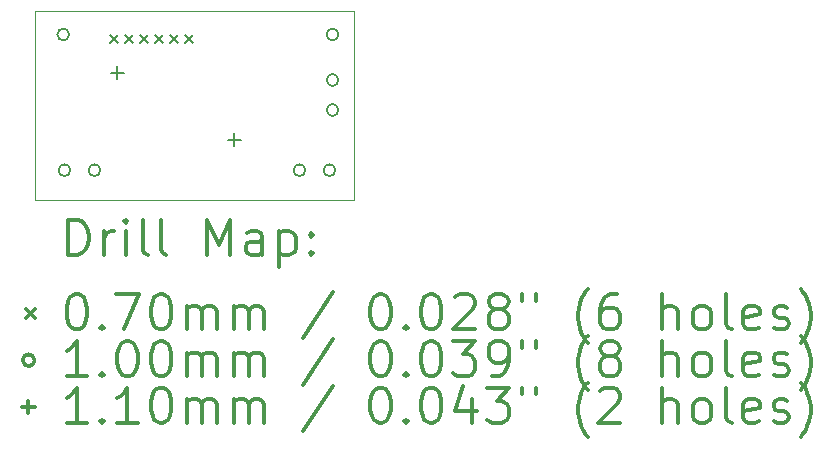
<source format=gbr>
%FSLAX45Y45*%
G04 Gerber Fmt 4.5, Leading zero omitted, Abs format (unit mm)*
G04 Created by KiCad (PCBNEW (5.1.7)-1) date 2022-11-01 20:21:28*
%MOMM*%
%LPD*%
G01*
G04 APERTURE LIST*
%TA.AperFunction,Profile*%
%ADD10C,0.050000*%
%TD*%
%ADD11C,0.200000*%
%ADD12C,0.300000*%
G04 APERTURE END LIST*
D10*
X13000000Y-8300000D02*
X13000000Y-6700000D01*
X15700000Y-8300000D02*
X13000000Y-8300000D01*
X15700000Y-6700000D02*
X15700000Y-8300000D01*
X13000000Y-6700000D02*
X15700000Y-6700000D01*
D11*
X13635000Y-6905000D02*
X13705000Y-6975000D01*
X13705000Y-6905000D02*
X13635000Y-6975000D01*
X13762000Y-6905000D02*
X13832000Y-6975000D01*
X13832000Y-6905000D02*
X13762000Y-6975000D01*
X13889000Y-6905000D02*
X13959000Y-6975000D01*
X13959000Y-6905000D02*
X13889000Y-6975000D01*
X14016000Y-6905000D02*
X14086000Y-6975000D01*
X14086000Y-6905000D02*
X14016000Y-6975000D01*
X14143000Y-6905000D02*
X14213000Y-6975000D01*
X14213000Y-6905000D02*
X14143000Y-6975000D01*
X14270000Y-6905000D02*
X14340000Y-6975000D01*
X14340000Y-6905000D02*
X14270000Y-6975000D01*
X13290000Y-6900000D02*
G75*
G03*
X13290000Y-6900000I-50000J0D01*
G01*
X13300000Y-8050000D02*
G75*
G03*
X13300000Y-8050000I-50000J0D01*
G01*
X13554000Y-8050000D02*
G75*
G03*
X13554000Y-8050000I-50000J0D01*
G01*
X15290000Y-8050000D02*
G75*
G03*
X15290000Y-8050000I-50000J0D01*
G01*
X15544000Y-8050000D02*
G75*
G03*
X15544000Y-8050000I-50000J0D01*
G01*
X15570000Y-7286000D02*
G75*
G03*
X15570000Y-7286000I-50000J0D01*
G01*
X15570000Y-7540000D02*
G75*
G03*
X15570000Y-7540000I-50000J0D01*
G01*
X15570000Y-6900000D02*
G75*
G03*
X15570000Y-6900000I-50000J0D01*
G01*
X13698150Y-7169010D02*
X13698150Y-7279010D01*
X13643150Y-7224010D02*
X13753150Y-7224010D01*
X14686820Y-7736290D02*
X14686820Y-7846290D01*
X14631820Y-7791290D02*
X14741820Y-7791290D01*
D12*
X13283928Y-8768214D02*
X13283928Y-8468214D01*
X13355357Y-8468214D01*
X13398214Y-8482500D01*
X13426786Y-8511072D01*
X13441071Y-8539643D01*
X13455357Y-8596786D01*
X13455357Y-8639643D01*
X13441071Y-8696786D01*
X13426786Y-8725357D01*
X13398214Y-8753929D01*
X13355357Y-8768214D01*
X13283928Y-8768214D01*
X13583928Y-8768214D02*
X13583928Y-8568214D01*
X13583928Y-8625357D02*
X13598214Y-8596786D01*
X13612500Y-8582500D01*
X13641071Y-8568214D01*
X13669643Y-8568214D01*
X13769643Y-8768214D02*
X13769643Y-8568214D01*
X13769643Y-8468214D02*
X13755357Y-8482500D01*
X13769643Y-8496786D01*
X13783928Y-8482500D01*
X13769643Y-8468214D01*
X13769643Y-8496786D01*
X13955357Y-8768214D02*
X13926786Y-8753929D01*
X13912500Y-8725357D01*
X13912500Y-8468214D01*
X14112500Y-8768214D02*
X14083928Y-8753929D01*
X14069643Y-8725357D01*
X14069643Y-8468214D01*
X14455357Y-8768214D02*
X14455357Y-8468214D01*
X14555357Y-8682500D01*
X14655357Y-8468214D01*
X14655357Y-8768214D01*
X14926786Y-8768214D02*
X14926786Y-8611072D01*
X14912500Y-8582500D01*
X14883928Y-8568214D01*
X14826786Y-8568214D01*
X14798214Y-8582500D01*
X14926786Y-8753929D02*
X14898214Y-8768214D01*
X14826786Y-8768214D01*
X14798214Y-8753929D01*
X14783928Y-8725357D01*
X14783928Y-8696786D01*
X14798214Y-8668214D01*
X14826786Y-8653929D01*
X14898214Y-8653929D01*
X14926786Y-8639643D01*
X15069643Y-8568214D02*
X15069643Y-8868214D01*
X15069643Y-8582500D02*
X15098214Y-8568214D01*
X15155357Y-8568214D01*
X15183928Y-8582500D01*
X15198214Y-8596786D01*
X15212500Y-8625357D01*
X15212500Y-8711072D01*
X15198214Y-8739643D01*
X15183928Y-8753929D01*
X15155357Y-8768214D01*
X15098214Y-8768214D01*
X15069643Y-8753929D01*
X15341071Y-8739643D02*
X15355357Y-8753929D01*
X15341071Y-8768214D01*
X15326786Y-8753929D01*
X15341071Y-8739643D01*
X15341071Y-8768214D01*
X15341071Y-8582500D02*
X15355357Y-8596786D01*
X15341071Y-8611072D01*
X15326786Y-8596786D01*
X15341071Y-8582500D01*
X15341071Y-8611072D01*
X12927500Y-9227500D02*
X12997500Y-9297500D01*
X12997500Y-9227500D02*
X12927500Y-9297500D01*
X13341071Y-9098214D02*
X13369643Y-9098214D01*
X13398214Y-9112500D01*
X13412500Y-9126786D01*
X13426786Y-9155357D01*
X13441071Y-9212500D01*
X13441071Y-9283929D01*
X13426786Y-9341072D01*
X13412500Y-9369643D01*
X13398214Y-9383929D01*
X13369643Y-9398214D01*
X13341071Y-9398214D01*
X13312500Y-9383929D01*
X13298214Y-9369643D01*
X13283928Y-9341072D01*
X13269643Y-9283929D01*
X13269643Y-9212500D01*
X13283928Y-9155357D01*
X13298214Y-9126786D01*
X13312500Y-9112500D01*
X13341071Y-9098214D01*
X13569643Y-9369643D02*
X13583928Y-9383929D01*
X13569643Y-9398214D01*
X13555357Y-9383929D01*
X13569643Y-9369643D01*
X13569643Y-9398214D01*
X13683928Y-9098214D02*
X13883928Y-9098214D01*
X13755357Y-9398214D01*
X14055357Y-9098214D02*
X14083928Y-9098214D01*
X14112500Y-9112500D01*
X14126786Y-9126786D01*
X14141071Y-9155357D01*
X14155357Y-9212500D01*
X14155357Y-9283929D01*
X14141071Y-9341072D01*
X14126786Y-9369643D01*
X14112500Y-9383929D01*
X14083928Y-9398214D01*
X14055357Y-9398214D01*
X14026786Y-9383929D01*
X14012500Y-9369643D01*
X13998214Y-9341072D01*
X13983928Y-9283929D01*
X13983928Y-9212500D01*
X13998214Y-9155357D01*
X14012500Y-9126786D01*
X14026786Y-9112500D01*
X14055357Y-9098214D01*
X14283928Y-9398214D02*
X14283928Y-9198214D01*
X14283928Y-9226786D02*
X14298214Y-9212500D01*
X14326786Y-9198214D01*
X14369643Y-9198214D01*
X14398214Y-9212500D01*
X14412500Y-9241072D01*
X14412500Y-9398214D01*
X14412500Y-9241072D02*
X14426786Y-9212500D01*
X14455357Y-9198214D01*
X14498214Y-9198214D01*
X14526786Y-9212500D01*
X14541071Y-9241072D01*
X14541071Y-9398214D01*
X14683928Y-9398214D02*
X14683928Y-9198214D01*
X14683928Y-9226786D02*
X14698214Y-9212500D01*
X14726786Y-9198214D01*
X14769643Y-9198214D01*
X14798214Y-9212500D01*
X14812500Y-9241072D01*
X14812500Y-9398214D01*
X14812500Y-9241072D02*
X14826786Y-9212500D01*
X14855357Y-9198214D01*
X14898214Y-9198214D01*
X14926786Y-9212500D01*
X14941071Y-9241072D01*
X14941071Y-9398214D01*
X15526786Y-9083929D02*
X15269643Y-9469643D01*
X15912500Y-9098214D02*
X15941071Y-9098214D01*
X15969643Y-9112500D01*
X15983928Y-9126786D01*
X15998214Y-9155357D01*
X16012500Y-9212500D01*
X16012500Y-9283929D01*
X15998214Y-9341072D01*
X15983928Y-9369643D01*
X15969643Y-9383929D01*
X15941071Y-9398214D01*
X15912500Y-9398214D01*
X15883928Y-9383929D01*
X15869643Y-9369643D01*
X15855357Y-9341072D01*
X15841071Y-9283929D01*
X15841071Y-9212500D01*
X15855357Y-9155357D01*
X15869643Y-9126786D01*
X15883928Y-9112500D01*
X15912500Y-9098214D01*
X16141071Y-9369643D02*
X16155357Y-9383929D01*
X16141071Y-9398214D01*
X16126786Y-9383929D01*
X16141071Y-9369643D01*
X16141071Y-9398214D01*
X16341071Y-9098214D02*
X16369643Y-9098214D01*
X16398214Y-9112500D01*
X16412500Y-9126786D01*
X16426786Y-9155357D01*
X16441071Y-9212500D01*
X16441071Y-9283929D01*
X16426786Y-9341072D01*
X16412500Y-9369643D01*
X16398214Y-9383929D01*
X16369643Y-9398214D01*
X16341071Y-9398214D01*
X16312500Y-9383929D01*
X16298214Y-9369643D01*
X16283928Y-9341072D01*
X16269643Y-9283929D01*
X16269643Y-9212500D01*
X16283928Y-9155357D01*
X16298214Y-9126786D01*
X16312500Y-9112500D01*
X16341071Y-9098214D01*
X16555357Y-9126786D02*
X16569643Y-9112500D01*
X16598214Y-9098214D01*
X16669643Y-9098214D01*
X16698214Y-9112500D01*
X16712500Y-9126786D01*
X16726786Y-9155357D01*
X16726786Y-9183929D01*
X16712500Y-9226786D01*
X16541071Y-9398214D01*
X16726786Y-9398214D01*
X16898214Y-9226786D02*
X16869643Y-9212500D01*
X16855357Y-9198214D01*
X16841071Y-9169643D01*
X16841071Y-9155357D01*
X16855357Y-9126786D01*
X16869643Y-9112500D01*
X16898214Y-9098214D01*
X16955357Y-9098214D01*
X16983928Y-9112500D01*
X16998214Y-9126786D01*
X17012500Y-9155357D01*
X17012500Y-9169643D01*
X16998214Y-9198214D01*
X16983928Y-9212500D01*
X16955357Y-9226786D01*
X16898214Y-9226786D01*
X16869643Y-9241072D01*
X16855357Y-9255357D01*
X16841071Y-9283929D01*
X16841071Y-9341072D01*
X16855357Y-9369643D01*
X16869643Y-9383929D01*
X16898214Y-9398214D01*
X16955357Y-9398214D01*
X16983928Y-9383929D01*
X16998214Y-9369643D01*
X17012500Y-9341072D01*
X17012500Y-9283929D01*
X16998214Y-9255357D01*
X16983928Y-9241072D01*
X16955357Y-9226786D01*
X17126786Y-9098214D02*
X17126786Y-9155357D01*
X17241071Y-9098214D02*
X17241071Y-9155357D01*
X17683928Y-9512500D02*
X17669643Y-9498214D01*
X17641071Y-9455357D01*
X17626786Y-9426786D01*
X17612500Y-9383929D01*
X17598214Y-9312500D01*
X17598214Y-9255357D01*
X17612500Y-9183929D01*
X17626786Y-9141072D01*
X17641071Y-9112500D01*
X17669643Y-9069643D01*
X17683928Y-9055357D01*
X17926786Y-9098214D02*
X17869643Y-9098214D01*
X17841071Y-9112500D01*
X17826786Y-9126786D01*
X17798214Y-9169643D01*
X17783928Y-9226786D01*
X17783928Y-9341072D01*
X17798214Y-9369643D01*
X17812500Y-9383929D01*
X17841071Y-9398214D01*
X17898214Y-9398214D01*
X17926786Y-9383929D01*
X17941071Y-9369643D01*
X17955357Y-9341072D01*
X17955357Y-9269643D01*
X17941071Y-9241072D01*
X17926786Y-9226786D01*
X17898214Y-9212500D01*
X17841071Y-9212500D01*
X17812500Y-9226786D01*
X17798214Y-9241072D01*
X17783928Y-9269643D01*
X18312500Y-9398214D02*
X18312500Y-9098214D01*
X18441071Y-9398214D02*
X18441071Y-9241072D01*
X18426786Y-9212500D01*
X18398214Y-9198214D01*
X18355357Y-9198214D01*
X18326786Y-9212500D01*
X18312500Y-9226786D01*
X18626786Y-9398214D02*
X18598214Y-9383929D01*
X18583928Y-9369643D01*
X18569643Y-9341072D01*
X18569643Y-9255357D01*
X18583928Y-9226786D01*
X18598214Y-9212500D01*
X18626786Y-9198214D01*
X18669643Y-9198214D01*
X18698214Y-9212500D01*
X18712500Y-9226786D01*
X18726786Y-9255357D01*
X18726786Y-9341072D01*
X18712500Y-9369643D01*
X18698214Y-9383929D01*
X18669643Y-9398214D01*
X18626786Y-9398214D01*
X18898214Y-9398214D02*
X18869643Y-9383929D01*
X18855357Y-9355357D01*
X18855357Y-9098214D01*
X19126786Y-9383929D02*
X19098214Y-9398214D01*
X19041071Y-9398214D01*
X19012500Y-9383929D01*
X18998214Y-9355357D01*
X18998214Y-9241072D01*
X19012500Y-9212500D01*
X19041071Y-9198214D01*
X19098214Y-9198214D01*
X19126786Y-9212500D01*
X19141071Y-9241072D01*
X19141071Y-9269643D01*
X18998214Y-9298214D01*
X19255357Y-9383929D02*
X19283928Y-9398214D01*
X19341071Y-9398214D01*
X19369643Y-9383929D01*
X19383928Y-9355357D01*
X19383928Y-9341072D01*
X19369643Y-9312500D01*
X19341071Y-9298214D01*
X19298214Y-9298214D01*
X19269643Y-9283929D01*
X19255357Y-9255357D01*
X19255357Y-9241072D01*
X19269643Y-9212500D01*
X19298214Y-9198214D01*
X19341071Y-9198214D01*
X19369643Y-9212500D01*
X19483928Y-9512500D02*
X19498214Y-9498214D01*
X19526786Y-9455357D01*
X19541071Y-9426786D01*
X19555357Y-9383929D01*
X19569643Y-9312500D01*
X19569643Y-9255357D01*
X19555357Y-9183929D01*
X19541071Y-9141072D01*
X19526786Y-9112500D01*
X19498214Y-9069643D01*
X19483928Y-9055357D01*
X12997500Y-9658500D02*
G75*
G03*
X12997500Y-9658500I-50000J0D01*
G01*
X13441071Y-9794214D02*
X13269643Y-9794214D01*
X13355357Y-9794214D02*
X13355357Y-9494214D01*
X13326786Y-9537072D01*
X13298214Y-9565643D01*
X13269643Y-9579929D01*
X13569643Y-9765643D02*
X13583928Y-9779929D01*
X13569643Y-9794214D01*
X13555357Y-9779929D01*
X13569643Y-9765643D01*
X13569643Y-9794214D01*
X13769643Y-9494214D02*
X13798214Y-9494214D01*
X13826786Y-9508500D01*
X13841071Y-9522786D01*
X13855357Y-9551357D01*
X13869643Y-9608500D01*
X13869643Y-9679929D01*
X13855357Y-9737072D01*
X13841071Y-9765643D01*
X13826786Y-9779929D01*
X13798214Y-9794214D01*
X13769643Y-9794214D01*
X13741071Y-9779929D01*
X13726786Y-9765643D01*
X13712500Y-9737072D01*
X13698214Y-9679929D01*
X13698214Y-9608500D01*
X13712500Y-9551357D01*
X13726786Y-9522786D01*
X13741071Y-9508500D01*
X13769643Y-9494214D01*
X14055357Y-9494214D02*
X14083928Y-9494214D01*
X14112500Y-9508500D01*
X14126786Y-9522786D01*
X14141071Y-9551357D01*
X14155357Y-9608500D01*
X14155357Y-9679929D01*
X14141071Y-9737072D01*
X14126786Y-9765643D01*
X14112500Y-9779929D01*
X14083928Y-9794214D01*
X14055357Y-9794214D01*
X14026786Y-9779929D01*
X14012500Y-9765643D01*
X13998214Y-9737072D01*
X13983928Y-9679929D01*
X13983928Y-9608500D01*
X13998214Y-9551357D01*
X14012500Y-9522786D01*
X14026786Y-9508500D01*
X14055357Y-9494214D01*
X14283928Y-9794214D02*
X14283928Y-9594214D01*
X14283928Y-9622786D02*
X14298214Y-9608500D01*
X14326786Y-9594214D01*
X14369643Y-9594214D01*
X14398214Y-9608500D01*
X14412500Y-9637072D01*
X14412500Y-9794214D01*
X14412500Y-9637072D02*
X14426786Y-9608500D01*
X14455357Y-9594214D01*
X14498214Y-9594214D01*
X14526786Y-9608500D01*
X14541071Y-9637072D01*
X14541071Y-9794214D01*
X14683928Y-9794214D02*
X14683928Y-9594214D01*
X14683928Y-9622786D02*
X14698214Y-9608500D01*
X14726786Y-9594214D01*
X14769643Y-9594214D01*
X14798214Y-9608500D01*
X14812500Y-9637072D01*
X14812500Y-9794214D01*
X14812500Y-9637072D02*
X14826786Y-9608500D01*
X14855357Y-9594214D01*
X14898214Y-9594214D01*
X14926786Y-9608500D01*
X14941071Y-9637072D01*
X14941071Y-9794214D01*
X15526786Y-9479929D02*
X15269643Y-9865643D01*
X15912500Y-9494214D02*
X15941071Y-9494214D01*
X15969643Y-9508500D01*
X15983928Y-9522786D01*
X15998214Y-9551357D01*
X16012500Y-9608500D01*
X16012500Y-9679929D01*
X15998214Y-9737072D01*
X15983928Y-9765643D01*
X15969643Y-9779929D01*
X15941071Y-9794214D01*
X15912500Y-9794214D01*
X15883928Y-9779929D01*
X15869643Y-9765643D01*
X15855357Y-9737072D01*
X15841071Y-9679929D01*
X15841071Y-9608500D01*
X15855357Y-9551357D01*
X15869643Y-9522786D01*
X15883928Y-9508500D01*
X15912500Y-9494214D01*
X16141071Y-9765643D02*
X16155357Y-9779929D01*
X16141071Y-9794214D01*
X16126786Y-9779929D01*
X16141071Y-9765643D01*
X16141071Y-9794214D01*
X16341071Y-9494214D02*
X16369643Y-9494214D01*
X16398214Y-9508500D01*
X16412500Y-9522786D01*
X16426786Y-9551357D01*
X16441071Y-9608500D01*
X16441071Y-9679929D01*
X16426786Y-9737072D01*
X16412500Y-9765643D01*
X16398214Y-9779929D01*
X16369643Y-9794214D01*
X16341071Y-9794214D01*
X16312500Y-9779929D01*
X16298214Y-9765643D01*
X16283928Y-9737072D01*
X16269643Y-9679929D01*
X16269643Y-9608500D01*
X16283928Y-9551357D01*
X16298214Y-9522786D01*
X16312500Y-9508500D01*
X16341071Y-9494214D01*
X16541071Y-9494214D02*
X16726786Y-9494214D01*
X16626786Y-9608500D01*
X16669643Y-9608500D01*
X16698214Y-9622786D01*
X16712500Y-9637072D01*
X16726786Y-9665643D01*
X16726786Y-9737072D01*
X16712500Y-9765643D01*
X16698214Y-9779929D01*
X16669643Y-9794214D01*
X16583928Y-9794214D01*
X16555357Y-9779929D01*
X16541071Y-9765643D01*
X16869643Y-9794214D02*
X16926786Y-9794214D01*
X16955357Y-9779929D01*
X16969643Y-9765643D01*
X16998214Y-9722786D01*
X17012500Y-9665643D01*
X17012500Y-9551357D01*
X16998214Y-9522786D01*
X16983928Y-9508500D01*
X16955357Y-9494214D01*
X16898214Y-9494214D01*
X16869643Y-9508500D01*
X16855357Y-9522786D01*
X16841071Y-9551357D01*
X16841071Y-9622786D01*
X16855357Y-9651357D01*
X16869643Y-9665643D01*
X16898214Y-9679929D01*
X16955357Y-9679929D01*
X16983928Y-9665643D01*
X16998214Y-9651357D01*
X17012500Y-9622786D01*
X17126786Y-9494214D02*
X17126786Y-9551357D01*
X17241071Y-9494214D02*
X17241071Y-9551357D01*
X17683928Y-9908500D02*
X17669643Y-9894214D01*
X17641071Y-9851357D01*
X17626786Y-9822786D01*
X17612500Y-9779929D01*
X17598214Y-9708500D01*
X17598214Y-9651357D01*
X17612500Y-9579929D01*
X17626786Y-9537072D01*
X17641071Y-9508500D01*
X17669643Y-9465643D01*
X17683928Y-9451357D01*
X17841071Y-9622786D02*
X17812500Y-9608500D01*
X17798214Y-9594214D01*
X17783928Y-9565643D01*
X17783928Y-9551357D01*
X17798214Y-9522786D01*
X17812500Y-9508500D01*
X17841071Y-9494214D01*
X17898214Y-9494214D01*
X17926786Y-9508500D01*
X17941071Y-9522786D01*
X17955357Y-9551357D01*
X17955357Y-9565643D01*
X17941071Y-9594214D01*
X17926786Y-9608500D01*
X17898214Y-9622786D01*
X17841071Y-9622786D01*
X17812500Y-9637072D01*
X17798214Y-9651357D01*
X17783928Y-9679929D01*
X17783928Y-9737072D01*
X17798214Y-9765643D01*
X17812500Y-9779929D01*
X17841071Y-9794214D01*
X17898214Y-9794214D01*
X17926786Y-9779929D01*
X17941071Y-9765643D01*
X17955357Y-9737072D01*
X17955357Y-9679929D01*
X17941071Y-9651357D01*
X17926786Y-9637072D01*
X17898214Y-9622786D01*
X18312500Y-9794214D02*
X18312500Y-9494214D01*
X18441071Y-9794214D02*
X18441071Y-9637072D01*
X18426786Y-9608500D01*
X18398214Y-9594214D01*
X18355357Y-9594214D01*
X18326786Y-9608500D01*
X18312500Y-9622786D01*
X18626786Y-9794214D02*
X18598214Y-9779929D01*
X18583928Y-9765643D01*
X18569643Y-9737072D01*
X18569643Y-9651357D01*
X18583928Y-9622786D01*
X18598214Y-9608500D01*
X18626786Y-9594214D01*
X18669643Y-9594214D01*
X18698214Y-9608500D01*
X18712500Y-9622786D01*
X18726786Y-9651357D01*
X18726786Y-9737072D01*
X18712500Y-9765643D01*
X18698214Y-9779929D01*
X18669643Y-9794214D01*
X18626786Y-9794214D01*
X18898214Y-9794214D02*
X18869643Y-9779929D01*
X18855357Y-9751357D01*
X18855357Y-9494214D01*
X19126786Y-9779929D02*
X19098214Y-9794214D01*
X19041071Y-9794214D01*
X19012500Y-9779929D01*
X18998214Y-9751357D01*
X18998214Y-9637072D01*
X19012500Y-9608500D01*
X19041071Y-9594214D01*
X19098214Y-9594214D01*
X19126786Y-9608500D01*
X19141071Y-9637072D01*
X19141071Y-9665643D01*
X18998214Y-9694214D01*
X19255357Y-9779929D02*
X19283928Y-9794214D01*
X19341071Y-9794214D01*
X19369643Y-9779929D01*
X19383928Y-9751357D01*
X19383928Y-9737072D01*
X19369643Y-9708500D01*
X19341071Y-9694214D01*
X19298214Y-9694214D01*
X19269643Y-9679929D01*
X19255357Y-9651357D01*
X19255357Y-9637072D01*
X19269643Y-9608500D01*
X19298214Y-9594214D01*
X19341071Y-9594214D01*
X19369643Y-9608500D01*
X19483928Y-9908500D02*
X19498214Y-9894214D01*
X19526786Y-9851357D01*
X19541071Y-9822786D01*
X19555357Y-9779929D01*
X19569643Y-9708500D01*
X19569643Y-9651357D01*
X19555357Y-9579929D01*
X19541071Y-9537072D01*
X19526786Y-9508500D01*
X19498214Y-9465643D01*
X19483928Y-9451357D01*
X12942500Y-9999500D02*
X12942500Y-10109500D01*
X12887500Y-10054500D02*
X12997500Y-10054500D01*
X13441071Y-10190214D02*
X13269643Y-10190214D01*
X13355357Y-10190214D02*
X13355357Y-9890214D01*
X13326786Y-9933072D01*
X13298214Y-9961643D01*
X13269643Y-9975929D01*
X13569643Y-10161643D02*
X13583928Y-10175929D01*
X13569643Y-10190214D01*
X13555357Y-10175929D01*
X13569643Y-10161643D01*
X13569643Y-10190214D01*
X13869643Y-10190214D02*
X13698214Y-10190214D01*
X13783928Y-10190214D02*
X13783928Y-9890214D01*
X13755357Y-9933072D01*
X13726786Y-9961643D01*
X13698214Y-9975929D01*
X14055357Y-9890214D02*
X14083928Y-9890214D01*
X14112500Y-9904500D01*
X14126786Y-9918786D01*
X14141071Y-9947357D01*
X14155357Y-10004500D01*
X14155357Y-10075929D01*
X14141071Y-10133072D01*
X14126786Y-10161643D01*
X14112500Y-10175929D01*
X14083928Y-10190214D01*
X14055357Y-10190214D01*
X14026786Y-10175929D01*
X14012500Y-10161643D01*
X13998214Y-10133072D01*
X13983928Y-10075929D01*
X13983928Y-10004500D01*
X13998214Y-9947357D01*
X14012500Y-9918786D01*
X14026786Y-9904500D01*
X14055357Y-9890214D01*
X14283928Y-10190214D02*
X14283928Y-9990214D01*
X14283928Y-10018786D02*
X14298214Y-10004500D01*
X14326786Y-9990214D01*
X14369643Y-9990214D01*
X14398214Y-10004500D01*
X14412500Y-10033072D01*
X14412500Y-10190214D01*
X14412500Y-10033072D02*
X14426786Y-10004500D01*
X14455357Y-9990214D01*
X14498214Y-9990214D01*
X14526786Y-10004500D01*
X14541071Y-10033072D01*
X14541071Y-10190214D01*
X14683928Y-10190214D02*
X14683928Y-9990214D01*
X14683928Y-10018786D02*
X14698214Y-10004500D01*
X14726786Y-9990214D01*
X14769643Y-9990214D01*
X14798214Y-10004500D01*
X14812500Y-10033072D01*
X14812500Y-10190214D01*
X14812500Y-10033072D02*
X14826786Y-10004500D01*
X14855357Y-9990214D01*
X14898214Y-9990214D01*
X14926786Y-10004500D01*
X14941071Y-10033072D01*
X14941071Y-10190214D01*
X15526786Y-9875929D02*
X15269643Y-10261643D01*
X15912500Y-9890214D02*
X15941071Y-9890214D01*
X15969643Y-9904500D01*
X15983928Y-9918786D01*
X15998214Y-9947357D01*
X16012500Y-10004500D01*
X16012500Y-10075929D01*
X15998214Y-10133072D01*
X15983928Y-10161643D01*
X15969643Y-10175929D01*
X15941071Y-10190214D01*
X15912500Y-10190214D01*
X15883928Y-10175929D01*
X15869643Y-10161643D01*
X15855357Y-10133072D01*
X15841071Y-10075929D01*
X15841071Y-10004500D01*
X15855357Y-9947357D01*
X15869643Y-9918786D01*
X15883928Y-9904500D01*
X15912500Y-9890214D01*
X16141071Y-10161643D02*
X16155357Y-10175929D01*
X16141071Y-10190214D01*
X16126786Y-10175929D01*
X16141071Y-10161643D01*
X16141071Y-10190214D01*
X16341071Y-9890214D02*
X16369643Y-9890214D01*
X16398214Y-9904500D01*
X16412500Y-9918786D01*
X16426786Y-9947357D01*
X16441071Y-10004500D01*
X16441071Y-10075929D01*
X16426786Y-10133072D01*
X16412500Y-10161643D01*
X16398214Y-10175929D01*
X16369643Y-10190214D01*
X16341071Y-10190214D01*
X16312500Y-10175929D01*
X16298214Y-10161643D01*
X16283928Y-10133072D01*
X16269643Y-10075929D01*
X16269643Y-10004500D01*
X16283928Y-9947357D01*
X16298214Y-9918786D01*
X16312500Y-9904500D01*
X16341071Y-9890214D01*
X16698214Y-9990214D02*
X16698214Y-10190214D01*
X16626786Y-9875929D02*
X16555357Y-10090214D01*
X16741071Y-10090214D01*
X16826786Y-9890214D02*
X17012500Y-9890214D01*
X16912500Y-10004500D01*
X16955357Y-10004500D01*
X16983928Y-10018786D01*
X16998214Y-10033072D01*
X17012500Y-10061643D01*
X17012500Y-10133072D01*
X16998214Y-10161643D01*
X16983928Y-10175929D01*
X16955357Y-10190214D01*
X16869643Y-10190214D01*
X16841071Y-10175929D01*
X16826786Y-10161643D01*
X17126786Y-9890214D02*
X17126786Y-9947357D01*
X17241071Y-9890214D02*
X17241071Y-9947357D01*
X17683928Y-10304500D02*
X17669643Y-10290214D01*
X17641071Y-10247357D01*
X17626786Y-10218786D01*
X17612500Y-10175929D01*
X17598214Y-10104500D01*
X17598214Y-10047357D01*
X17612500Y-9975929D01*
X17626786Y-9933072D01*
X17641071Y-9904500D01*
X17669643Y-9861643D01*
X17683928Y-9847357D01*
X17783928Y-9918786D02*
X17798214Y-9904500D01*
X17826786Y-9890214D01*
X17898214Y-9890214D01*
X17926786Y-9904500D01*
X17941071Y-9918786D01*
X17955357Y-9947357D01*
X17955357Y-9975929D01*
X17941071Y-10018786D01*
X17769643Y-10190214D01*
X17955357Y-10190214D01*
X18312500Y-10190214D02*
X18312500Y-9890214D01*
X18441071Y-10190214D02*
X18441071Y-10033072D01*
X18426786Y-10004500D01*
X18398214Y-9990214D01*
X18355357Y-9990214D01*
X18326786Y-10004500D01*
X18312500Y-10018786D01*
X18626786Y-10190214D02*
X18598214Y-10175929D01*
X18583928Y-10161643D01*
X18569643Y-10133072D01*
X18569643Y-10047357D01*
X18583928Y-10018786D01*
X18598214Y-10004500D01*
X18626786Y-9990214D01*
X18669643Y-9990214D01*
X18698214Y-10004500D01*
X18712500Y-10018786D01*
X18726786Y-10047357D01*
X18726786Y-10133072D01*
X18712500Y-10161643D01*
X18698214Y-10175929D01*
X18669643Y-10190214D01*
X18626786Y-10190214D01*
X18898214Y-10190214D02*
X18869643Y-10175929D01*
X18855357Y-10147357D01*
X18855357Y-9890214D01*
X19126786Y-10175929D02*
X19098214Y-10190214D01*
X19041071Y-10190214D01*
X19012500Y-10175929D01*
X18998214Y-10147357D01*
X18998214Y-10033072D01*
X19012500Y-10004500D01*
X19041071Y-9990214D01*
X19098214Y-9990214D01*
X19126786Y-10004500D01*
X19141071Y-10033072D01*
X19141071Y-10061643D01*
X18998214Y-10090214D01*
X19255357Y-10175929D02*
X19283928Y-10190214D01*
X19341071Y-10190214D01*
X19369643Y-10175929D01*
X19383928Y-10147357D01*
X19383928Y-10133072D01*
X19369643Y-10104500D01*
X19341071Y-10090214D01*
X19298214Y-10090214D01*
X19269643Y-10075929D01*
X19255357Y-10047357D01*
X19255357Y-10033072D01*
X19269643Y-10004500D01*
X19298214Y-9990214D01*
X19341071Y-9990214D01*
X19369643Y-10004500D01*
X19483928Y-10304500D02*
X19498214Y-10290214D01*
X19526786Y-10247357D01*
X19541071Y-10218786D01*
X19555357Y-10175929D01*
X19569643Y-10104500D01*
X19569643Y-10047357D01*
X19555357Y-9975929D01*
X19541071Y-9933072D01*
X19526786Y-9904500D01*
X19498214Y-9861643D01*
X19483928Y-9847357D01*
M02*

</source>
